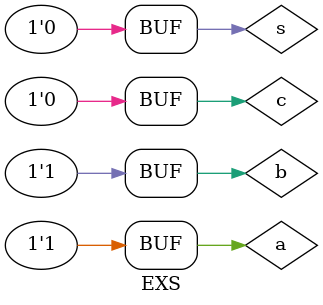
<source format=v>



module EXS;
	
	reg a, b, c, s;

	initial begin	
	
	a = 1; b = 1; c = 0; s = 0;
	s = ( ~ ( a && b && c));
	$display ( "PUC Minas - ARQ1 - Jose Fonseca - 405808 - 10/02/11" );
	$display ( "" );
	
	$display ( "Exercicio 01 - exiba a tabela-verdade de uma porta OR de 2 Entradas" ); //-- Versão 1.0 - teste impossível
	$monitor (" %b || %b = %b", a, b, s);
	#1 a = 0; b = 0; s = ( ~ (~(a && a) && ~(b && b)));
	#1 a = 0; b = 1; s = ( ~ (~(a && a) && ~(b && b)));
	#1 a = 0; b = 1; s = ( ~ (~(a && a) && ~(b && b)));
	#1 a = 1; b = 0; s = ( ~ (~(a && a) && ~(b && b)));
	#1 a = 1; b = 0; s = ( ~ (~(a && a) && ~(b && b)));
	#1 a = 1; b = 1; s = ( ~ (~(a && a) && ~(b && b)));
	#1 a = 1; b = 1; s = ( ~ (~(a && a) && ~(b && b)));
	#1 $display ( "" );
	$display ( "FIM DA TABELA -----------------------------------" );
	#1 $display ( "" );
	
	$display ( "Exercicio 02 - exibir a tabela_verdade para a porta AND  com 2 entradas" ); //-- Versão 1.0 - teste impossível
	a = 0; b = 0; c = 0; s = 0;	
	$monitor (" %b && %b = %b", a, b, s);
	#1 a = 0; b = 0; s = ( ~ ( (~(a || a) || ~(b ||b))));
	#1 a = 0; b = 1; s = ( ~ ( (~(a || a) || ~(b ||b))));
	#1 a = 0; b = 1; s = ( ~ ( (~(a || a) || ~(b ||b))));
	#1 a = 1; b = 0; s = ( ~ ( (~(a || a) || ~(b ||b))));
	#1 a = 1; b = 0; s = ( ~ ( (~(a || a) || ~(b ||b))));
	#1 a = 1; b = 1; s = ( ~ ( (~(a || a) || ~(b ||b))));
	#1 a = 1; b = 1; s = ( ~ ( (~(a || a) || ~(b ||b))));
	#1 $display ( "" );
	$display ( "FIM DA TABELA -----------------------------------" );
	#1 $display ( "" );
	
	$display ( "Exercicio 03 - exibir a tabela_verdade para a porta NOT  com 1 entradas" ); //-- Versão 1.0 - teste impossível
	a = 0; b = 0; c = 0; s = 0;	
	$monitor (" ~ %b  = %b", a, s);
	#1 a = 0; s = ( ~(a && a));
	#1 a = 1; s = ( ~(a && a));
	#1 $display ( "" );
	$display ( "FIM DA TABELA -----------------------------------" );
	#1 $display ( "" );
	
	//----------------------------EXERCICIOS EXTRAS
	
	$display ( "Exercicio 04 - exibir a tabela_verdade para a porta NOR  com 2 entradas" ); //-- Versão 1.0 teste impossível
	a = 0; b = 0; s = 1;	
	$monitor (" %b ~|| %b = %b", a, b, s);
	#1 a = 0; b = 1; s = (  ~((~(a && a) && ~(b && b)) && (~(a && a) && ~(b && b))));
	#1 a = 1; b = 0; s = (  ~((~(a && a) && ~(b && b)) && (~(a && a) && ~(b && b))));
	#1 a = 1; b = 1; s = (  ~((~(a && a) && ~(b && b)) && (~(a && a) && ~(b && b))));
	#1 $display ( "" );
	$display ( "FIM DA TABELA -----------------------------------" );
	#1 $display ( "" );

	$display ( "Exercicio 05 - exibir a tabela_verdade para a porta NAND  com 2 entradas - tipo2" ); //-- Versão 1.0 teste impossível
	a = 0; b = 0; s = 1;	
	$monitor (" %b ~|| %b = %b", a, b, s);
	#1 a = 0; b = 1; s = (~(( ~ ( (~(a || a) || ~(b ||b)))) || ( ~ ( (~(a || a) || ~(b ||b))))));
	#1 a = 1; b = 0; s = (~(( ~ ( (~(a || a) || ~(b ||b)))) || ( ~ ( (~(a || a) || ~(b ||b))))));
	#1 a = 1; b = 1; s = (~(( ~ ( (~(a || a) || ~(b ||b)))) || ( ~ ( (~(a || a) || ~(b ||b))))));
	#1 $display ( "" );
	$display ( "FIM DA TABELA -----------------------------------" );
	#1 $display ( "" );
	
	end
	
endmodule
	
	// OBS.: TENTE DEFINIR OS MODULOS.
	//       EVITE A PROGRAMACAO CONVENCIONAL. 
	//       PROGRAMAR EM VERILOG E' MAIS DECLARATIVO DO QUE PROCEDIMENTAL.
	//       EXPERIMENTE!
	
</source>
